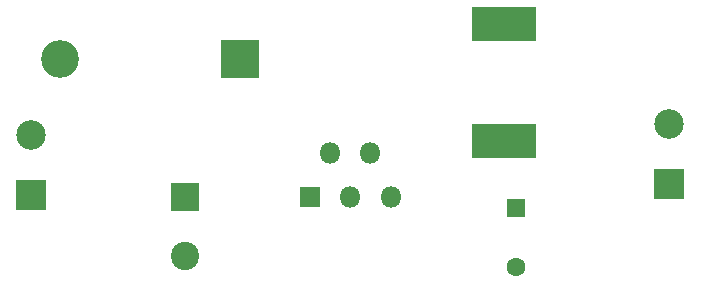
<source format=gbr>
%TF.GenerationSoftware,KiCad,Pcbnew,(6.0.2)*%
%TF.CreationDate,2022-08-07T03:14:06+03:00*%
%TF.ProjectId,LM2596_buck_5,4c4d3235-3936-45f6-9275-636b5f352e6b,v1.0*%
%TF.SameCoordinates,Original*%
%TF.FileFunction,Soldermask,Top*%
%TF.FilePolarity,Negative*%
%FSLAX46Y46*%
G04 Gerber Fmt 4.6, Leading zero omitted, Abs format (unit mm)*
G04 Created by KiCad (PCBNEW (6.0.2)) date 2022-08-07 03:14:06*
%MOMM*%
%LPD*%
G01*
G04 APERTURE LIST*
%ADD10R,2.500000X2.500000*%
%ADD11C,2.500000*%
%ADD12R,1.800000X1.800000*%
%ADD13O,1.800000X1.800000*%
%ADD14R,1.600000X1.600000*%
%ADD15C,1.600000*%
%ADD16O,3.200000X3.200000*%
%ADD17R,3.200000X3.200000*%
%ADD18R,5.400000X2.900000*%
%ADD19R,2.400000X2.400000*%
%ADD20C,2.400000*%
G04 APERTURE END LIST*
D10*
%TO.C,J2*%
X158000000Y-103545000D03*
D11*
X158000000Y-98465000D03*
%TD*%
D12*
%TO.C,U1*%
X127600000Y-104650000D03*
D13*
X129300000Y-100950000D03*
X131000000Y-104650000D03*
X132700000Y-100950000D03*
X134400000Y-104650000D03*
%TD*%
D14*
%TO.C,C2*%
X145000000Y-105597349D03*
D15*
X145000000Y-110597349D03*
%TD*%
D11*
%TO.C,J1*%
X104000000Y-99465000D03*
D10*
X104000000Y-104545000D03*
%TD*%
D16*
%TO.C,D1*%
X106380000Y-93000000D03*
D17*
X121620000Y-93000000D03*
%TD*%
D18*
%TO.C,L1*%
X144000000Y-90050000D03*
X144000000Y-99950000D03*
%TD*%
D19*
%TO.C,C1*%
X117000000Y-104676041D03*
D20*
X117000000Y-109676041D03*
%TD*%
M02*

</source>
